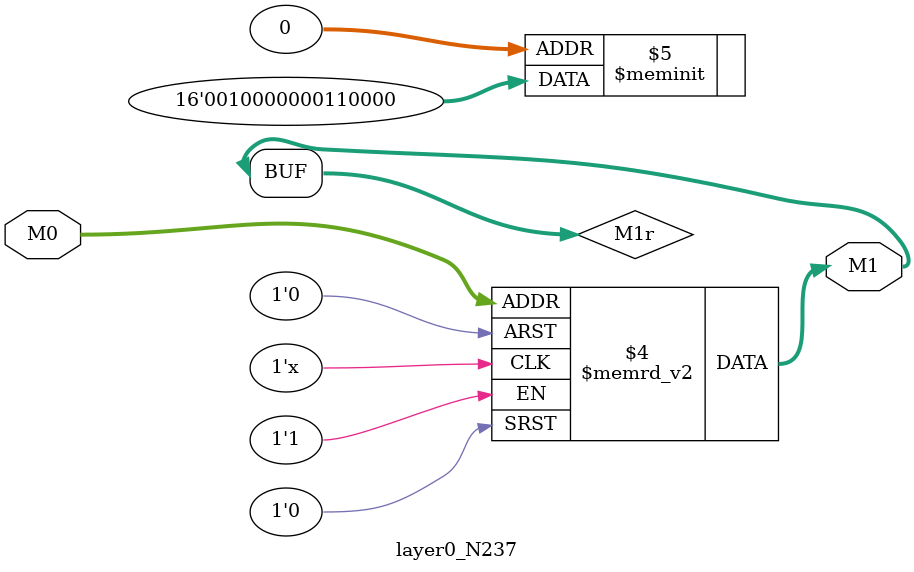
<source format=v>
module layer0_N237 ( input [2:0] M0, output [1:0] M1 );

	(*rom_style = "distributed" *) reg [1:0] M1r;
	assign M1 = M1r;
	always @ (M0) begin
		case (M0)
			3'b000: M1r = 2'b00;
			3'b100: M1r = 2'b00;
			3'b010: M1r = 2'b11;
			3'b110: M1r = 2'b10;
			3'b001: M1r = 2'b00;
			3'b101: M1r = 2'b00;
			3'b011: M1r = 2'b00;
			3'b111: M1r = 2'b00;

		endcase
	end
endmodule

</source>
